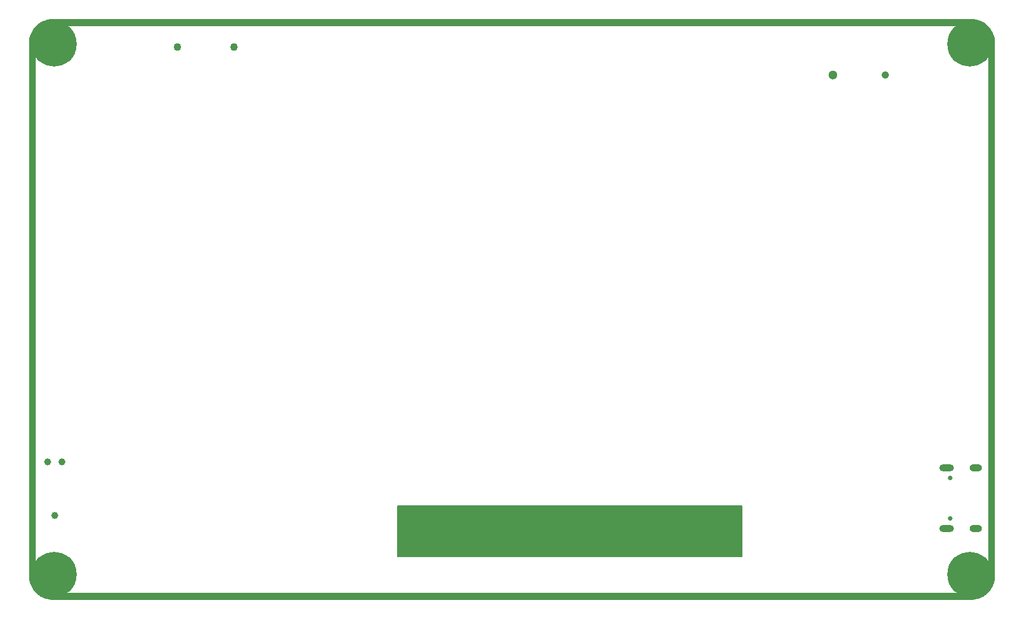
<source format=gbr>
%TF.GenerationSoftware,KiCad,Pcbnew,8.0.4*%
%TF.CreationDate,2024-10-13T10:09:03+07:00*%
%TF.ProjectId,lcd-standard-5R,6c63642d-7374-4616-9e64-6172642d3552,rev?*%
%TF.SameCoordinates,Original*%
%TF.FileFunction,Soldermask,Bot*%
%TF.FilePolarity,Negative*%
%FSLAX46Y46*%
G04 Gerber Fmt 4.6, Leading zero omitted, Abs format (unit mm)*
G04 Created by KiCad (PCBNEW 8.0.4) date 2024-10-13 10:09:03*
%MOMM*%
%LPD*%
G01*
G04 APERTURE LIST*
%ADD10C,0.800000*%
%ADD11C,6.400000*%
%ADD12C,0.990600*%
%ADD13C,1.100000*%
%ADD14C,0.650000*%
%ADD15O,2.100000X1.000000*%
%ADD16O,1.800000X1.000000*%
%ADD17C,1.050000*%
%ADD18C,1.300000*%
G04 APERTURE END LIST*
D10*
%TO.C,H1*%
X77624400Y-57513400D03*
X78327344Y-55816344D03*
X78327344Y-59210456D03*
X80024400Y-55113400D03*
D11*
X80024400Y-57513400D03*
D10*
X80024400Y-59913400D03*
X81721456Y-55816344D03*
X81721456Y-59210456D03*
X82424400Y-57513400D03*
%TD*%
%TO.C,H2*%
X77624400Y-132913400D03*
X78327344Y-131216344D03*
X78327344Y-134610456D03*
X80024400Y-130513400D03*
D11*
X80024400Y-132913400D03*
D10*
X80024400Y-135313400D03*
X81721456Y-131216344D03*
X81721456Y-134610456D03*
X82424400Y-132913400D03*
%TD*%
%TO.C,H3*%
X207824400Y-57513400D03*
X208527344Y-55816344D03*
X208527344Y-59210456D03*
X210224400Y-55113400D03*
D11*
X210224400Y-57513400D03*
D10*
X210224400Y-59913400D03*
X211921456Y-55816344D03*
X211921456Y-59210456D03*
X212624400Y-57513400D03*
%TD*%
D12*
%TO.C,J7*%
X80086200Y-124536200D03*
X79070200Y-116916200D03*
X81102200Y-116916200D03*
%TD*%
D10*
%TO.C,H4*%
X207824400Y-132913400D03*
X208527344Y-131216344D03*
X208527344Y-134610456D03*
X210224400Y-130513400D03*
D11*
X210224400Y-132913400D03*
D10*
X210224400Y-135313400D03*
X211921456Y-131216344D03*
X211921456Y-134610456D03*
X212624400Y-132913400D03*
%TD*%
D13*
%TO.C,J3*%
X105543800Y-57927800D03*
X97543800Y-57927800D03*
%TD*%
D14*
%TO.C,J4*%
X207407000Y-124987800D03*
X207407000Y-119207800D03*
D15*
X206887000Y-126417800D03*
D16*
X211087000Y-126417800D03*
D15*
X206887000Y-117777800D03*
D16*
X211087000Y-117777800D03*
%TD*%
D17*
%TO.C,BT2*%
X198238200Y-61874400D03*
D18*
X190788200Y-61874400D03*
%TD*%
G36*
X177844639Y-123133485D02*
G01*
X177890394Y-123186289D01*
X177901600Y-123237800D01*
X177901600Y-130330400D01*
X177881915Y-130397439D01*
X177829111Y-130443194D01*
X177777600Y-130454400D01*
X128902000Y-130454400D01*
X128834961Y-130434715D01*
X128789206Y-130381911D01*
X128778000Y-130330400D01*
X128778000Y-123237800D01*
X128797685Y-123170761D01*
X128850489Y-123125006D01*
X128902000Y-123113800D01*
X177777600Y-123113800D01*
X177844639Y-123133485D01*
G37*
G36*
X210425256Y-53913412D02*
G01*
X210609103Y-53915989D01*
X210621249Y-53916757D01*
X210987449Y-53958018D01*
X211001157Y-53960347D01*
X211359585Y-54042155D01*
X211372948Y-54046004D01*
X211719980Y-54167436D01*
X211732827Y-54172758D01*
X212064065Y-54332274D01*
X212076235Y-54339000D01*
X212387536Y-54534604D01*
X212398877Y-54542651D01*
X212686321Y-54771879D01*
X212696689Y-54781145D01*
X212956654Y-55041110D01*
X212965920Y-55051478D01*
X213195148Y-55338922D01*
X213203195Y-55350263D01*
X213398799Y-55661564D01*
X213405525Y-55673734D01*
X213565041Y-56004972D01*
X213570363Y-56017819D01*
X213691795Y-56364851D01*
X213695644Y-56378214D01*
X213777452Y-56736642D01*
X213779781Y-56750350D01*
X213821042Y-57116550D01*
X213821810Y-57128695D01*
X213824388Y-57312543D01*
X213824400Y-57314282D01*
X213824400Y-133112517D01*
X213824388Y-133114256D01*
X213821810Y-133298104D01*
X213821042Y-133310249D01*
X213779781Y-133676449D01*
X213777452Y-133690157D01*
X213695644Y-134048585D01*
X213691795Y-134061948D01*
X213570363Y-134408980D01*
X213565041Y-134421827D01*
X213405525Y-134753065D01*
X213398799Y-134765235D01*
X213203195Y-135076536D01*
X213195148Y-135087877D01*
X212965920Y-135375321D01*
X212956654Y-135385689D01*
X212696689Y-135645654D01*
X212686321Y-135654920D01*
X212398877Y-135884148D01*
X212387536Y-135892195D01*
X212076235Y-136087799D01*
X212064065Y-136094525D01*
X211732827Y-136254041D01*
X211719980Y-136259363D01*
X211372948Y-136380795D01*
X211359585Y-136384644D01*
X211001157Y-136466452D01*
X210987449Y-136468781D01*
X210621249Y-136510042D01*
X210609104Y-136510810D01*
X210425257Y-136513388D01*
X210423518Y-136513400D01*
X79825282Y-136513400D01*
X79823543Y-136513388D01*
X79639695Y-136510810D01*
X79627550Y-136510042D01*
X79261350Y-136468781D01*
X79247642Y-136466452D01*
X78889214Y-136384644D01*
X78875851Y-136380795D01*
X78528819Y-136259363D01*
X78515972Y-136254041D01*
X78184734Y-136094525D01*
X78172564Y-136087799D01*
X77861263Y-135892195D01*
X77849922Y-135884148D01*
X77562478Y-135654920D01*
X77552110Y-135645654D01*
X77292145Y-135385689D01*
X77282879Y-135375321D01*
X77053651Y-135087877D01*
X77045604Y-135076536D01*
X76850000Y-134765235D01*
X76843274Y-134753065D01*
X76683758Y-134421827D01*
X76678436Y-134408980D01*
X76557004Y-134061948D01*
X76553155Y-134048585D01*
X76471347Y-133690157D01*
X76469018Y-133676449D01*
X76427757Y-133310249D01*
X76426989Y-133298103D01*
X76424412Y-133114255D01*
X76424400Y-133112517D01*
X76424400Y-57314282D01*
X76424412Y-57312544D01*
X76426435Y-57168224D01*
X77424400Y-57168224D01*
X77424400Y-133258575D01*
X77459397Y-133546800D01*
X77528883Y-133828717D01*
X77631843Y-134100197D01*
X77631843Y-134100198D01*
X77766769Y-134357277D01*
X77766775Y-134357286D01*
X77931703Y-134596228D01*
X77931708Y-134596234D01*
X78124240Y-134813557D01*
X78124242Y-134813559D01*
X78341565Y-135006091D01*
X78341571Y-135006096D01*
X78580513Y-135171024D01*
X78580522Y-135171030D01*
X78837601Y-135305956D01*
X79109082Y-135408916D01*
X79390999Y-135478402D01*
X79679224Y-135513400D01*
X210569576Y-135513400D01*
X210857800Y-135478402D01*
X211139717Y-135408916D01*
X211411197Y-135305956D01*
X211411198Y-135305956D01*
X211668277Y-135171030D01*
X211668286Y-135171024D01*
X211907228Y-135006096D01*
X211907234Y-135006091D01*
X212124557Y-134813559D01*
X212124559Y-134813557D01*
X212317091Y-134596234D01*
X212317096Y-134596228D01*
X212482024Y-134357286D01*
X212482030Y-134357277D01*
X212616956Y-134100198D01*
X212616956Y-134100197D01*
X212719916Y-133828717D01*
X212789402Y-133546800D01*
X212824400Y-133258575D01*
X212824400Y-57168224D01*
X212789402Y-56879999D01*
X212719916Y-56598082D01*
X212616956Y-56326602D01*
X212616956Y-56326601D01*
X212482030Y-56069522D01*
X212482024Y-56069513D01*
X212317096Y-55830571D01*
X212317091Y-55830565D01*
X212124559Y-55613242D01*
X212124557Y-55613240D01*
X211907234Y-55420708D01*
X211907228Y-55420703D01*
X211668286Y-55255775D01*
X211668277Y-55255769D01*
X211411198Y-55120843D01*
X211139717Y-55017883D01*
X210857800Y-54948397D01*
X210569576Y-54913400D01*
X79679224Y-54913400D01*
X79390999Y-54948397D01*
X79109082Y-55017883D01*
X78837602Y-55120843D01*
X78837601Y-55120843D01*
X78580522Y-55255769D01*
X78580513Y-55255775D01*
X78341571Y-55420703D01*
X78341565Y-55420708D01*
X78124242Y-55613240D01*
X78124240Y-55613242D01*
X77931708Y-55830565D01*
X77931703Y-55830571D01*
X77766775Y-56069513D01*
X77766769Y-56069522D01*
X77631843Y-56326601D01*
X77631843Y-56326602D01*
X77528883Y-56598082D01*
X77459397Y-56879999D01*
X77424400Y-57168224D01*
X76426435Y-57168224D01*
X76426989Y-57128696D01*
X76427757Y-57116550D01*
X76469018Y-56750350D01*
X76471347Y-56736642D01*
X76553155Y-56378214D01*
X76557004Y-56364851D01*
X76678436Y-56017819D01*
X76683758Y-56004972D01*
X76843274Y-55673734D01*
X76850000Y-55661564D01*
X77045604Y-55350263D01*
X77053651Y-55338922D01*
X77282879Y-55051478D01*
X77292145Y-55041110D01*
X77552110Y-54781145D01*
X77562478Y-54771879D01*
X77849922Y-54542651D01*
X77861263Y-54534604D01*
X78172564Y-54339000D01*
X78184734Y-54332274D01*
X78515972Y-54172758D01*
X78528819Y-54167436D01*
X78875851Y-54046004D01*
X78889214Y-54042155D01*
X79247642Y-53960347D01*
X79261350Y-53958018D01*
X79627550Y-53916757D01*
X79639696Y-53915989D01*
X79823544Y-53913412D01*
X79825282Y-53913400D01*
X210423518Y-53913400D01*
X210425256Y-53913412D01*
G37*
M02*

</source>
